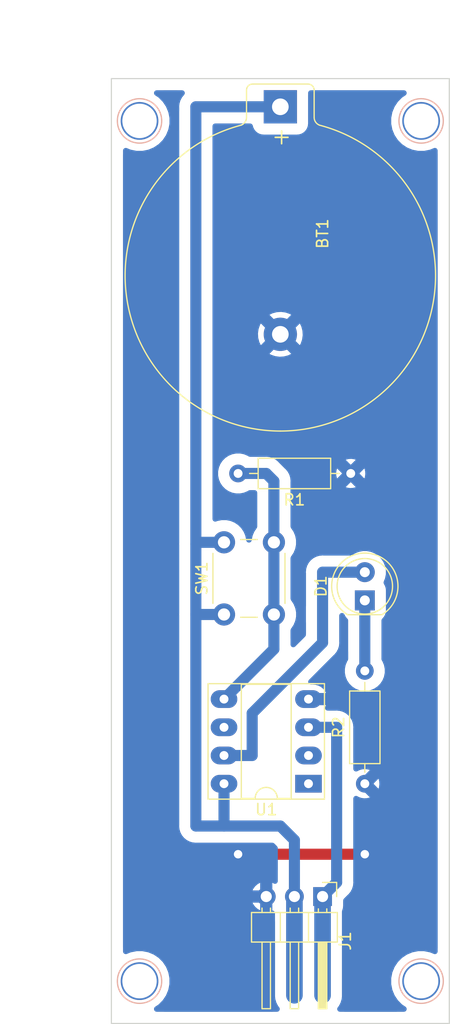
<source format=kicad_pcb>
(kicad_pcb (version 20171130) (host pcbnew 5.1.9-73d0e3b20d~88~ubuntu20.04.1)

  (general
    (thickness 1.6)
    (drawings 18)
    (tracks 37)
    (zones 0)
    (modules 7)
    (nets 10)
  )

  (page A4)
  (layers
    (0 F.Cu signal)
    (31 B.Cu signal)
    (32 B.Adhes user)
    (33 F.Adhes user)
    (34 B.Paste user)
    (35 F.Paste user)
    (36 B.SilkS user)
    (37 F.SilkS user)
    (38 B.Mask user)
    (39 F.Mask user)
    (40 Dwgs.User user)
    (41 Cmts.User user)
    (42 Eco1.User user)
    (43 Eco2.User user)
    (44 Edge.Cuts user)
    (45 Margin user)
    (46 B.CrtYd user)
    (47 F.CrtYd user)
    (48 B.Fab user)
    (49 F.Fab user)
  )

  (setup
    (last_trace_width 0.25)
    (user_trace_width 0.4)
    (user_trace_width 0.6)
    (user_trace_width 1)
    (user_trace_width 1.2)
    (trace_clearance 0.2)
    (zone_clearance 0.508)
    (zone_45_only no)
    (trace_min 0.2)
    (via_size 0.8)
    (via_drill 0.4)
    (via_min_size 0.4)
    (via_min_drill 0.3)
    (user_via 0.99 0.5)
    (user_via 1.524 0.76)
    (user_via 3.4 3.1)
    (user_via 4.4 4)
    (uvia_size 0.3)
    (uvia_drill 0.1)
    (uvias_allowed no)
    (uvia_min_size 0.2)
    (uvia_min_drill 0.1)
    (edge_width 0.05)
    (segment_width 0.2)
    (pcb_text_width 0.3)
    (pcb_text_size 1.5 1.5)
    (mod_edge_width 0.12)
    (mod_text_size 1 1)
    (mod_text_width 0.15)
    (pad_size 1.524 1.524)
    (pad_drill 0.762)
    (pad_to_mask_clearance 0.05)
    (aux_axis_origin 127 72.39)
    (grid_origin 127 72.39)
    (visible_elements FFFFFF7F)
    (pcbplotparams
      (layerselection 0x01000_ffffffff)
      (usegerberextensions false)
      (usegerberattributes true)
      (usegerberadvancedattributes true)
      (creategerberjobfile true)
      (excludeedgelayer true)
      (linewidth 0.100000)
      (plotframeref false)
      (viasonmask false)
      (mode 1)
      (useauxorigin false)
      (hpglpennumber 1)
      (hpglpenspeed 20)
      (hpglpendiameter 15.000000)
      (psnegative false)
      (psa4output false)
      (plotreference true)
      (plotvalue true)
      (plotinvisibletext false)
      (padsonsilk false)
      (subtractmaskfromsilk false)
      (outputformat 1)
      (mirror false)
      (drillshape 0)
      (scaleselection 1)
      (outputdirectory ""))
  )

  (net 0 "")
  (net 1 GND)
  (net 2 VCC)
  (net 3 "Net-(D1-Pad1)")
  (net 4 "Net-(D1-Pad2)")
  (net 5 /S)
  (net 6 "Net-(R1-Pad2)")
  (net 7 "Net-(U1-Pad1)")
  (net 8 "Net-(U1-Pad2)")
  (net 9 "Net-(U1-Pad6)")

  (net_class Default "Esta es la clase de red por defecto."
    (clearance 0.2)
    (trace_width 0.25)
    (via_dia 0.8)
    (via_drill 0.4)
    (uvia_dia 0.3)
    (uvia_drill 0.1)
    (add_net /S)
    (add_net GND)
    (add_net "Net-(D1-Pad1)")
    (add_net "Net-(D1-Pad2)")
    (add_net "Net-(R1-Pad2)")
    (add_net "Net-(U1-Pad1)")
    (add_net "Net-(U1-Pad2)")
    (add_net "Net-(U1-Pad6)")
    (add_net VCC)
  )

  (module Connector_PinHeader_2.54mm:PinHeader_1x03_P2.54mm_Horizontal (layer F.Cu) (tedit 59FED5CB) (tstamp 5FEAFA53)
    (at 146.05 146.05 270)
    (descr "Through hole angled pin header, 1x03, 2.54mm pitch, 6mm pin length, single row")
    (tags "Through hole angled pin header THT 1x03 2.54mm single row")
    (path /5FEA4EB7)
    (fp_text reference J1 (at 4 -2.05 90) (layer F.SilkS)
      (effects (font (size 1 1) (thickness 0.15)))
    )
    (fp_text value KY005 (at 4 7.62 90) (layer F.Fab)
      (effects (font (size 1 1) (thickness 0.15)))
    )
    (fp_line (start 10.55 -1.8) (end -1.8 -1.8) (layer F.CrtYd) (width 0.05))
    (fp_line (start 10.55 6.85) (end 10.55 -1.8) (layer F.CrtYd) (width 0.05))
    (fp_line (start -1.8 6.85) (end 10.55 6.85) (layer F.CrtYd) (width 0.05))
    (fp_line (start -1.8 -1.8) (end -1.8 6.85) (layer F.CrtYd) (width 0.05))
    (fp_line (start -1.27 -1.27) (end 0 -1.27) (layer F.SilkS) (width 0.12))
    (fp_line (start -1.27 0) (end -1.27 -1.27) (layer F.SilkS) (width 0.12))
    (fp_line (start 1.042929 5.46) (end 1.44 5.46) (layer F.SilkS) (width 0.12))
    (fp_line (start 1.042929 4.7) (end 1.44 4.7) (layer F.SilkS) (width 0.12))
    (fp_line (start 10.1 5.46) (end 4.1 5.46) (layer F.SilkS) (width 0.12))
    (fp_line (start 10.1 4.7) (end 10.1 5.46) (layer F.SilkS) (width 0.12))
    (fp_line (start 4.1 4.7) (end 10.1 4.7) (layer F.SilkS) (width 0.12))
    (fp_line (start 1.44 3.81) (end 4.1 3.81) (layer F.SilkS) (width 0.12))
    (fp_line (start 1.042929 2.92) (end 1.44 2.92) (layer F.SilkS) (width 0.12))
    (fp_line (start 1.042929 2.16) (end 1.44 2.16) (layer F.SilkS) (width 0.12))
    (fp_line (start 10.1 2.92) (end 4.1 2.92) (layer F.SilkS) (width 0.12))
    (fp_line (start 10.1 2.16) (end 10.1 2.92) (layer F.SilkS) (width 0.12))
    (fp_line (start 4.1 2.16) (end 10.1 2.16) (layer F.SilkS) (width 0.12))
    (fp_line (start 1.44 1.27) (end 4.1 1.27) (layer F.SilkS) (width 0.12))
    (fp_line (start 1.11 0.38) (end 1.44 0.38) (layer F.SilkS) (width 0.12))
    (fp_line (start 1.11 -0.38) (end 1.44 -0.38) (layer F.SilkS) (width 0.12))
    (fp_line (start 4.1 0.28) (end 10.1 0.28) (layer F.SilkS) (width 0.12))
    (fp_line (start 4.1 0.16) (end 10.1 0.16) (layer F.SilkS) (width 0.12))
    (fp_line (start 4.1 0.04) (end 10.1 0.04) (layer F.SilkS) (width 0.12))
    (fp_line (start 4.1 -0.08) (end 10.1 -0.08) (layer F.SilkS) (width 0.12))
    (fp_line (start 4.1 -0.2) (end 10.1 -0.2) (layer F.SilkS) (width 0.12))
    (fp_line (start 4.1 -0.32) (end 10.1 -0.32) (layer F.SilkS) (width 0.12))
    (fp_line (start 10.1 0.38) (end 4.1 0.38) (layer F.SilkS) (width 0.12))
    (fp_line (start 10.1 -0.38) (end 10.1 0.38) (layer F.SilkS) (width 0.12))
    (fp_line (start 4.1 -0.38) (end 10.1 -0.38) (layer F.SilkS) (width 0.12))
    (fp_line (start 4.1 -1.33) (end 1.44 -1.33) (layer F.SilkS) (width 0.12))
    (fp_line (start 4.1 6.41) (end 4.1 -1.33) (layer F.SilkS) (width 0.12))
    (fp_line (start 1.44 6.41) (end 4.1 6.41) (layer F.SilkS) (width 0.12))
    (fp_line (start 1.44 -1.33) (end 1.44 6.41) (layer F.SilkS) (width 0.12))
    (fp_line (start 4.04 5.4) (end 10.04 5.4) (layer F.Fab) (width 0.1))
    (fp_line (start 10.04 4.76) (end 10.04 5.4) (layer F.Fab) (width 0.1))
    (fp_line (start 4.04 4.76) (end 10.04 4.76) (layer F.Fab) (width 0.1))
    (fp_line (start -0.32 5.4) (end 1.5 5.4) (layer F.Fab) (width 0.1))
    (fp_line (start -0.32 4.76) (end -0.32 5.4) (layer F.Fab) (width 0.1))
    (fp_line (start -0.32 4.76) (end 1.5 4.76) (layer F.Fab) (width 0.1))
    (fp_line (start 4.04 2.86) (end 10.04 2.86) (layer F.Fab) (width 0.1))
    (fp_line (start 10.04 2.22) (end 10.04 2.86) (layer F.Fab) (width 0.1))
    (fp_line (start 4.04 2.22) (end 10.04 2.22) (layer F.Fab) (width 0.1))
    (fp_line (start -0.32 2.86) (end 1.5 2.86) (layer F.Fab) (width 0.1))
    (fp_line (start -0.32 2.22) (end -0.32 2.86) (layer F.Fab) (width 0.1))
    (fp_line (start -0.32 2.22) (end 1.5 2.22) (layer F.Fab) (width 0.1))
    (fp_line (start 4.04 0.32) (end 10.04 0.32) (layer F.Fab) (width 0.1))
    (fp_line (start 10.04 -0.32) (end 10.04 0.32) (layer F.Fab) (width 0.1))
    (fp_line (start 4.04 -0.32) (end 10.04 -0.32) (layer F.Fab) (width 0.1))
    (fp_line (start -0.32 0.32) (end 1.5 0.32) (layer F.Fab) (width 0.1))
    (fp_line (start -0.32 -0.32) (end -0.32 0.32) (layer F.Fab) (width 0.1))
    (fp_line (start -0.32 -0.32) (end 1.5 -0.32) (layer F.Fab) (width 0.1))
    (fp_line (start 1.5 -0.635) (end 2.135 -1.27) (layer F.Fab) (width 0.1))
    (fp_line (start 1.5 6.35) (end 1.5 -0.635) (layer F.Fab) (width 0.1))
    (fp_line (start 4.04 6.35) (end 1.5 6.35) (layer F.Fab) (width 0.1))
    (fp_line (start 4.04 -1.27) (end 4.04 6.35) (layer F.Fab) (width 0.1))
    (fp_line (start 2.135 -1.27) (end 4.04 -1.27) (layer F.Fab) (width 0.1))
    (fp_text user %R (at 2.54 4.5) (layer F.Fab)
      (effects (font (size 1 1) (thickness 0.15)))
    )
    (pad 3 thru_hole oval (at 0 5.08 270) (size 1.7 1.7) (drill 1) (layers *.Cu *.Mask)
      (net 1 GND))
    (pad 2 thru_hole oval (at 0 2.54 270) (size 1.7 1.7) (drill 1) (layers *.Cu *.Mask)
      (net 2 VCC))
    (pad 1 thru_hole rect (at 0 0 270) (size 1.7 1.7) (drill 1) (layers *.Cu *.Mask)
      (net 5 /S))
    (model ${KISYS3DMOD}/Connector_PinHeader_2.54mm.3dshapes/PinHeader_1x03_P2.54mm_Horizontal.wrl
      (at (xyz 0 0 0))
      (scale (xyz 1 1 1))
      (rotate (xyz 0 0 0))
    )
  )

  (module Battery:BatteryHolder_Keystone_106_1x20mm (layer F.Cu) (tedit 5787C377) (tstamp 5FEAFA0C)
    (at 142.24 74.93 270)
    (descr http://www.keyelco.com/product-pdf.cfm?p=720)
    (tags "Keystone type 106 battery holder")
    (path /5FEB3833)
    (fp_text reference BT1 (at 11.43 -3.81 90) (layer F.SilkS)
      (effects (font (size 1 1) (thickness 0.15)))
    )
    (fp_text value Battery_Cell (at 15.24 -7.62 90) (layer F.Fab)
      (effects (font (size 1 1) (thickness 0.15)))
    )
    (fp_line (start 22.6568 -6.858) (end 25.3419 -9.4288) (layer F.Fab) (width 0.1))
    (fp_line (start 22.6441 6.858) (end 25.35 9.3734) (layer F.Fab) (width 0.1))
    (fp_line (start 0 -1.3) (end 0 1.3) (layer F.Fab) (width 0.1))
    (fp_line (start 16.2 -1.3) (end 0 -1.3) (layer F.Fab) (width 0.1))
    (fp_line (start 0 1.3) (end 16.2 1.3) (layer F.Fab) (width 0.1))
    (fp_line (start -1.9 -2.5) (end -1.9 2.5) (layer F.Fab) (width 0.1))
    (fp_line (start -1.5 3.3) (end 0.95 3.3) (layer F.CrtYd) (width 0.05))
    (fp_line (start 0.95 -3.3) (end -1.5 -3.3) (layer F.CrtYd) (width 0.05))
    (fp_line (start -2.3 -2.5) (end -2.3 2.5) (layer F.CrtYd) (width 0.05))
    (fp_line (start -1.5 2.9) (end 0.95 2.9) (layer F.Fab) (width 0.1))
    (fp_line (start 0.95 -2.9) (end -1.5 -2.9) (layer F.Fab) (width 0.1))
    (fp_line (start -2.05 -2.5) (end -2.05 2.5) (layer F.SilkS) (width 0.12))
    (fp_line (start -1.5 3.05) (end 0.95 3.05) (layer F.SilkS) (width 0.12))
    (fp_line (start 0.95 -3.05) (end -1.5 -3.05) (layer F.SilkS) (width 0.12))
    (fp_arc (start -1.5 -2.5) (end -1.9 -2.5) (angle 90) (layer F.Fab) (width 0.1))
    (fp_arc (start -1.5 2.5) (end -2.3 2.5) (angle -90) (layer F.CrtYd) (width 0.05))
    (fp_arc (start 16.2 0) (end 16.2 -1.3) (angle 180) (layer F.Fab) (width 0.1))
    (fp_arc (start 0.95 -3.8) (end 0.95 -3.3) (angle -70) (layer F.CrtYd) (width 0.05))
    (fp_arc (start 15.2 0) (end 5.18 -1.3) (angle 180) (layer F.Fab) (width 0.1))
    (fp_arc (start 15.2 0) (end 9 -1.3) (angle 170) (layer F.Fab) (width 0.1))
    (fp_arc (start 15.2 0) (end 13.3 -1.3) (angle 150) (layer F.Fab) (width 0.1))
    (fp_arc (start 15.2 0) (end 13.3 1.3) (angle -150) (layer F.Fab) (width 0.1))
    (fp_arc (start 15.2 0) (end 9 1.3) (angle -170) (layer F.Fab) (width 0.1))
    (fp_arc (start 15.2 0) (end 5.18 1.3) (angle -180) (layer F.Fab) (width 0.1))
    (fp_arc (start 15.2 0) (end 1.41 -3.6) (angle 165.5) (layer F.CrtYd) (width 0.05))
    (fp_arc (start 15.2 0) (end 1.41 3.6) (angle -165.5) (layer F.CrtYd) (width 0.05))
    (fp_arc (start 0.95 3.8) (end 0.95 3.3) (angle 70) (layer F.CrtYd) (width 0.05))
    (fp_arc (start -1.5 -2.5) (end -2.3 -2.5) (angle 90) (layer F.CrtYd) (width 0.05))
    (fp_arc (start -1.5 2.5) (end -1.9 2.5) (angle -90) (layer F.Fab) (width 0.1))
    (fp_arc (start -1.5 2.5) (end -2.05 2.5) (angle -90) (layer F.SilkS) (width 0.12))
    (fp_arc (start -1.5 -2.5) (end -2.05 -2.5) (angle 90) (layer F.SilkS) (width 0.12))
    (fp_arc (start 0.95 -3.8) (end 0.95 -2.9) (angle -70) (layer F.Fab) (width 0.1))
    (fp_arc (start 0.95 -3.8) (end 0.95 -3.05) (angle -70) (layer F.SilkS) (width 0.12))
    (fp_arc (start 0.95 3.8) (end 0.95 2.9) (angle 70) (layer F.Fab) (width 0.1))
    (fp_arc (start 0.95 3.8) (end 0.95 3.05) (angle 70) (layer F.SilkS) (width 0.12))
    (fp_arc (start 15.2 0) (end 1.8 -3.5) (angle 165.5) (layer F.Fab) (width 0.1))
    (fp_arc (start 15.2 0) (end 1.65 -3.52) (angle 165.5) (layer F.SilkS) (width 0.12))
    (fp_arc (start 15.2 0) (end 1.8 3.5) (angle -165.5) (layer F.Fab) (width 0.1))
    (fp_arc (start 15.2 0) (end 1.65 3.52) (angle -165.5) (layer F.SilkS) (width 0.12))
    (fp_text user %R (at 0 0 90) (layer F.Fab)
      (effects (font (size 1 1) (thickness 0.15)))
    )
    (fp_text user + (at 2.75 0 90) (layer F.SilkS)
      (effects (font (size 1.5 1.5) (thickness 0.15)))
    )
    (pad 1 thru_hole rect (at 0 0 270) (size 3 3) (drill 1.5) (layers *.Cu *.Mask)
      (net 2 VCC))
    (pad 2 thru_hole circle (at 20.49 0 270) (size 3 3) (drill 1.5) (layers *.Cu *.Mask)
      (net 1 GND))
    (model ${KISYS3DMOD}/Battery.3dshapes/BatteryHolder_Keystone_106_1x20mm.wrl
      (at (xyz 0 0 0))
      (scale (xyz 1 1 1))
      (rotate (xyz 0 0 0))
    )
  )

  (module LED_THT:LED_D5.0mm (layer F.Cu) (tedit 5995936A) (tstamp 5FEAFA1E)
    (at 149.86 119.38 90)
    (descr "LED, diameter 5.0mm, 2 pins, http://cdn-reichelt.de/documents/datenblatt/A500/LL-504BC2E-009.pdf")
    (tags "LED diameter 5.0mm 2 pins")
    (path /5FEA59AB)
    (fp_text reference D1 (at 1.27 -3.96 90) (layer F.SilkS)
      (effects (font (size 1 1) (thickness 0.15)))
    )
    (fp_text value LED (at 1.27 3.96 90) (layer F.Fab)
      (effects (font (size 1 1) (thickness 0.15)))
    )
    (fp_line (start 4.5 -3.25) (end -1.95 -3.25) (layer F.CrtYd) (width 0.05))
    (fp_line (start 4.5 3.25) (end 4.5 -3.25) (layer F.CrtYd) (width 0.05))
    (fp_line (start -1.95 3.25) (end 4.5 3.25) (layer F.CrtYd) (width 0.05))
    (fp_line (start -1.95 -3.25) (end -1.95 3.25) (layer F.CrtYd) (width 0.05))
    (fp_line (start -1.29 -1.545) (end -1.29 1.545) (layer F.SilkS) (width 0.12))
    (fp_line (start -1.23 -1.469694) (end -1.23 1.469694) (layer F.Fab) (width 0.1))
    (fp_circle (center 1.27 0) (end 3.77 0) (layer F.SilkS) (width 0.12))
    (fp_circle (center 1.27 0) (end 3.77 0) (layer F.Fab) (width 0.1))
    (fp_text user %R (at 1.25 0 90) (layer F.Fab)
      (effects (font (size 0.8 0.8) (thickness 0.2)))
    )
    (fp_arc (start 1.27 0) (end -1.29 1.54483) (angle -148.9) (layer F.SilkS) (width 0.12))
    (fp_arc (start 1.27 0) (end -1.29 -1.54483) (angle 148.9) (layer F.SilkS) (width 0.12))
    (fp_arc (start 1.27 0) (end -1.23 -1.469694) (angle 299.1) (layer F.Fab) (width 0.1))
    (pad 2 thru_hole circle (at 2.54 0 90) (size 1.8 1.8) (drill 0.9) (layers *.Cu *.Mask)
      (net 4 "Net-(D1-Pad2)"))
    (pad 1 thru_hole rect (at 0 0 90) (size 1.8 1.8) (drill 0.9) (layers *.Cu *.Mask)
      (net 3 "Net-(D1-Pad1)"))
    (model ${KISYS3DMOD}/LED_THT.3dshapes/LED_D5.0mm.wrl
      (at (xyz 0 0 0))
      (scale (xyz 1 1 1))
      (rotate (xyz 0 0 0))
    )
  )

  (module Resistor_THT:R_Axial_DIN0207_L6.3mm_D2.5mm_P10.16mm_Horizontal (layer F.Cu) (tedit 5AE5139B) (tstamp 5FEAFEC5)
    (at 148.59 107.95 180)
    (descr "Resistor, Axial_DIN0207 series, Axial, Horizontal, pin pitch=10.16mm, 0.25W = 1/4W, length*diameter=6.3*2.5mm^2, http://cdn-reichelt.de/documents/datenblatt/B400/1_4W%23YAG.pdf")
    (tags "Resistor Axial_DIN0207 series Axial Horizontal pin pitch 10.16mm 0.25W = 1/4W length 6.3mm diameter 2.5mm")
    (path /5FEA21F5)
    (fp_text reference R1 (at 5.08 -2.37) (layer F.SilkS)
      (effects (font (size 1 1) (thickness 0.15)))
    )
    (fp_text value 10K (at 5.08 2.37) (layer F.Fab)
      (effects (font (size 1 1) (thickness 0.15)))
    )
    (fp_line (start 1.93 -1.25) (end 1.93 1.25) (layer F.Fab) (width 0.1))
    (fp_line (start 1.93 1.25) (end 8.23 1.25) (layer F.Fab) (width 0.1))
    (fp_line (start 8.23 1.25) (end 8.23 -1.25) (layer F.Fab) (width 0.1))
    (fp_line (start 8.23 -1.25) (end 1.93 -1.25) (layer F.Fab) (width 0.1))
    (fp_line (start 0 0) (end 1.93 0) (layer F.Fab) (width 0.1))
    (fp_line (start 10.16 0) (end 8.23 0) (layer F.Fab) (width 0.1))
    (fp_line (start 1.81 -1.37) (end 1.81 1.37) (layer F.SilkS) (width 0.12))
    (fp_line (start 1.81 1.37) (end 8.35 1.37) (layer F.SilkS) (width 0.12))
    (fp_line (start 8.35 1.37) (end 8.35 -1.37) (layer F.SilkS) (width 0.12))
    (fp_line (start 8.35 -1.37) (end 1.81 -1.37) (layer F.SilkS) (width 0.12))
    (fp_line (start 1.04 0) (end 1.81 0) (layer F.SilkS) (width 0.12))
    (fp_line (start 9.12 0) (end 8.35 0) (layer F.SilkS) (width 0.12))
    (fp_line (start -1.05 -1.5) (end -1.05 1.5) (layer F.CrtYd) (width 0.05))
    (fp_line (start -1.05 1.5) (end 11.21 1.5) (layer F.CrtYd) (width 0.05))
    (fp_line (start 11.21 1.5) (end 11.21 -1.5) (layer F.CrtYd) (width 0.05))
    (fp_line (start 11.21 -1.5) (end -1.05 -1.5) (layer F.CrtYd) (width 0.05))
    (fp_text user %R (at 5.08 0.154999) (layer F.Fab)
      (effects (font (size 1 1) (thickness 0.15)))
    )
    (pad 1 thru_hole circle (at 0 0 180) (size 1.6 1.6) (drill 0.8) (layers *.Cu *.Mask)
      (net 1 GND))
    (pad 2 thru_hole oval (at 10.16 0 180) (size 1.6 1.6) (drill 0.8) (layers *.Cu *.Mask)
      (net 6 "Net-(R1-Pad2)"))
    (model ${KISYS3DMOD}/Resistor_THT.3dshapes/R_Axial_DIN0207_L6.3mm_D2.5mm_P10.16mm_Horizontal.wrl
      (at (xyz 0 0 0))
      (scale (xyz 1 1 1))
      (rotate (xyz 0 0 0))
    )
  )

  (module Resistor_THT:R_Axial_DIN0207_L6.3mm_D2.5mm_P10.16mm_Horizontal (layer F.Cu) (tedit 5AE5139B) (tstamp 5FEAFA81)
    (at 149.86 135.89 90)
    (descr "Resistor, Axial_DIN0207 series, Axial, Horizontal, pin pitch=10.16mm, 0.25W = 1/4W, length*diameter=6.3*2.5mm^2, http://cdn-reichelt.de/documents/datenblatt/B400/1_4W%23YAG.pdf")
    (tags "Resistor Axial_DIN0207 series Axial Horizontal pin pitch 10.16mm 0.25W = 1/4W length 6.3mm diameter 2.5mm")
    (path /5FEA2489)
    (fp_text reference R2 (at 5.08 -2.37 90) (layer F.SilkS)
      (effects (font (size 1 1) (thickness 0.15)))
    )
    (fp_text value 220Ohm (at 5.08 2.37 90) (layer F.Fab)
      (effects (font (size 1 1) (thickness 0.15)))
    )
    (fp_line (start 1.93 -1.25) (end 1.93 1.25) (layer F.Fab) (width 0.1))
    (fp_line (start 1.93 1.25) (end 8.23 1.25) (layer F.Fab) (width 0.1))
    (fp_line (start 8.23 1.25) (end 8.23 -1.25) (layer F.Fab) (width 0.1))
    (fp_line (start 8.23 -1.25) (end 1.93 -1.25) (layer F.Fab) (width 0.1))
    (fp_line (start 0 0) (end 1.93 0) (layer F.Fab) (width 0.1))
    (fp_line (start 10.16 0) (end 8.23 0) (layer F.Fab) (width 0.1))
    (fp_line (start 1.81 -1.37) (end 1.81 1.37) (layer F.SilkS) (width 0.12))
    (fp_line (start 1.81 1.37) (end 8.35 1.37) (layer F.SilkS) (width 0.12))
    (fp_line (start 8.35 1.37) (end 8.35 -1.37) (layer F.SilkS) (width 0.12))
    (fp_line (start 8.35 -1.37) (end 1.81 -1.37) (layer F.SilkS) (width 0.12))
    (fp_line (start 1.04 0) (end 1.81 0) (layer F.SilkS) (width 0.12))
    (fp_line (start 9.12 0) (end 8.35 0) (layer F.SilkS) (width 0.12))
    (fp_line (start -1.05 -1.5) (end -1.05 1.5) (layer F.CrtYd) (width 0.05))
    (fp_line (start -1.05 1.5) (end 11.21 1.5) (layer F.CrtYd) (width 0.05))
    (fp_line (start 11.21 1.5) (end 11.21 -1.5) (layer F.CrtYd) (width 0.05))
    (fp_line (start 11.21 -1.5) (end -1.05 -1.5) (layer F.CrtYd) (width 0.05))
    (fp_text user %R (at 5.08 0 90) (layer F.Fab)
      (effects (font (size 1 1) (thickness 0.15)))
    )
    (pad 1 thru_hole circle (at 0 0 90) (size 1.6 1.6) (drill 0.8) (layers *.Cu *.Mask)
      (net 1 GND))
    (pad 2 thru_hole oval (at 10.16 0 90) (size 1.6 1.6) (drill 0.8) (layers *.Cu *.Mask)
      (net 3 "Net-(D1-Pad1)"))
    (model ${KISYS3DMOD}/Resistor_THT.3dshapes/R_Axial_DIN0207_L6.3mm_D2.5mm_P10.16mm_Horizontal.wrl
      (at (xyz 0 0 0))
      (scale (xyz 1 1 1))
      (rotate (xyz 0 0 0))
    )
  )

  (module Button_Switch_THT:SW_PUSH_6mm_H13mm (layer F.Cu) (tedit 5A02FE31) (tstamp 5FEAFAA0)
    (at 137.16 120.65 90)
    (descr "tactile push button, 6x6mm e.g. PHAP33xx series, height=13mm")
    (tags "tact sw push 6mm")
    (path /5FEA2A00)
    (fp_text reference SW1 (at 3.25 -2 90) (layer F.SilkS)
      (effects (font (size 1 1) (thickness 0.15)))
    )
    (fp_text value SW_Push (at 3.75 6.7 90) (layer F.Fab)
      (effects (font (size 1 1) (thickness 0.15)))
    )
    (fp_circle (center 3.25 2.25) (end 1.25 2.5) (layer F.Fab) (width 0.1))
    (fp_line (start 6.75 3) (end 6.75 1.5) (layer F.SilkS) (width 0.12))
    (fp_line (start 5.5 -1) (end 1 -1) (layer F.SilkS) (width 0.12))
    (fp_line (start -0.25 1.5) (end -0.25 3) (layer F.SilkS) (width 0.12))
    (fp_line (start 1 5.5) (end 5.5 5.5) (layer F.SilkS) (width 0.12))
    (fp_line (start 8 -1.25) (end 8 5.75) (layer F.CrtYd) (width 0.05))
    (fp_line (start 7.75 6) (end -1.25 6) (layer F.CrtYd) (width 0.05))
    (fp_line (start -1.5 5.75) (end -1.5 -1.25) (layer F.CrtYd) (width 0.05))
    (fp_line (start -1.25 -1.5) (end 7.75 -1.5) (layer F.CrtYd) (width 0.05))
    (fp_line (start -1.5 6) (end -1.25 6) (layer F.CrtYd) (width 0.05))
    (fp_line (start -1.5 5.75) (end -1.5 6) (layer F.CrtYd) (width 0.05))
    (fp_line (start -1.5 -1.5) (end -1.25 -1.5) (layer F.CrtYd) (width 0.05))
    (fp_line (start -1.5 -1.25) (end -1.5 -1.5) (layer F.CrtYd) (width 0.05))
    (fp_line (start 8 -1.5) (end 8 -1.25) (layer F.CrtYd) (width 0.05))
    (fp_line (start 7.75 -1.5) (end 8 -1.5) (layer F.CrtYd) (width 0.05))
    (fp_line (start 8 6) (end 8 5.75) (layer F.CrtYd) (width 0.05))
    (fp_line (start 7.75 6) (end 8 6) (layer F.CrtYd) (width 0.05))
    (fp_line (start 0.25 -0.75) (end 3.25 -0.75) (layer F.Fab) (width 0.1))
    (fp_line (start 0.25 5.25) (end 0.25 -0.75) (layer F.Fab) (width 0.1))
    (fp_line (start 6.25 5.25) (end 0.25 5.25) (layer F.Fab) (width 0.1))
    (fp_line (start 6.25 -0.75) (end 6.25 5.25) (layer F.Fab) (width 0.1))
    (fp_line (start 3.25 -0.75) (end 6.25 -0.75) (layer F.Fab) (width 0.1))
    (fp_text user %R (at 3.25 2.25 90) (layer F.Fab)
      (effects (font (size 1 1) (thickness 0.15)))
    )
    (pad 1 thru_hole circle (at 6.5 0 180) (size 2 2) (drill 1.1) (layers *.Cu *.Mask)
      (net 2 VCC))
    (pad 2 thru_hole circle (at 6.5 4.5 180) (size 2 2) (drill 1.1) (layers *.Cu *.Mask)
      (net 6 "Net-(R1-Pad2)"))
    (pad 1 thru_hole circle (at 0 0 180) (size 2 2) (drill 1.1) (layers *.Cu *.Mask)
      (net 2 VCC))
    (pad 2 thru_hole circle (at 0 4.5 180) (size 2 2) (drill 1.1) (layers *.Cu *.Mask)
      (net 6 "Net-(R1-Pad2)"))
    (model ${KISYS3DMOD}/Button_Switch_THT.3dshapes/SW_PUSH_6mm_H4.3mm.step
      (at (xyz 0 0 0))
      (scale (xyz 1 1 1))
      (rotate (xyz 0 0 0))
    )
  )

  (module Package_DIP:DIP-8_W7.62mm_Socket_LongPads (layer F.Cu) (tedit 5A02E8C5) (tstamp 5FEAFAC4)
    (at 144.78 135.89 180)
    (descr "8-lead though-hole mounted DIP package, row spacing 7.62 mm (300 mils), Socket, LongPads")
    (tags "THT DIP DIL PDIP 2.54mm 7.62mm 300mil Socket LongPads")
    (path /5FEA0327)
    (fp_text reference U1 (at 3.81 -2.33) (layer F.SilkS)
      (effects (font (size 1 1) (thickness 0.15)))
    )
    (fp_text value ATtiny85V-10SU (at 3.81 9.95) (layer F.Fab)
      (effects (font (size 1 1) (thickness 0.15)))
    )
    (fp_line (start 9.15 -1.6) (end -1.55 -1.6) (layer F.CrtYd) (width 0.05))
    (fp_line (start 9.15 9.2) (end 9.15 -1.6) (layer F.CrtYd) (width 0.05))
    (fp_line (start -1.55 9.2) (end 9.15 9.2) (layer F.CrtYd) (width 0.05))
    (fp_line (start -1.55 -1.6) (end -1.55 9.2) (layer F.CrtYd) (width 0.05))
    (fp_line (start 9.06 -1.39) (end -1.44 -1.39) (layer F.SilkS) (width 0.12))
    (fp_line (start 9.06 9.01) (end 9.06 -1.39) (layer F.SilkS) (width 0.12))
    (fp_line (start -1.44 9.01) (end 9.06 9.01) (layer F.SilkS) (width 0.12))
    (fp_line (start -1.44 -1.39) (end -1.44 9.01) (layer F.SilkS) (width 0.12))
    (fp_line (start 6.06 -1.33) (end 4.81 -1.33) (layer F.SilkS) (width 0.12))
    (fp_line (start 6.06 8.95) (end 6.06 -1.33) (layer F.SilkS) (width 0.12))
    (fp_line (start 1.56 8.95) (end 6.06 8.95) (layer F.SilkS) (width 0.12))
    (fp_line (start 1.56 -1.33) (end 1.56 8.95) (layer F.SilkS) (width 0.12))
    (fp_line (start 2.81 -1.33) (end 1.56 -1.33) (layer F.SilkS) (width 0.12))
    (fp_line (start 8.89 -1.33) (end -1.27 -1.33) (layer F.Fab) (width 0.1))
    (fp_line (start 8.89 8.95) (end 8.89 -1.33) (layer F.Fab) (width 0.1))
    (fp_line (start -1.27 8.95) (end 8.89 8.95) (layer F.Fab) (width 0.1))
    (fp_line (start -1.27 -1.33) (end -1.27 8.95) (layer F.Fab) (width 0.1))
    (fp_line (start 0.635 -0.27) (end 1.635 -1.27) (layer F.Fab) (width 0.1))
    (fp_line (start 0.635 8.89) (end 0.635 -0.27) (layer F.Fab) (width 0.1))
    (fp_line (start 6.985 8.89) (end 0.635 8.89) (layer F.Fab) (width 0.1))
    (fp_line (start 6.985 -1.27) (end 6.985 8.89) (layer F.Fab) (width 0.1))
    (fp_line (start 1.635 -1.27) (end 6.985 -1.27) (layer F.Fab) (width 0.1))
    (fp_text user %R (at 3.81 3.81) (layer F.Fab)
      (effects (font (size 1 1) (thickness 0.15)))
    )
    (fp_arc (start 3.81 -1.33) (end 2.81 -1.33) (angle -180) (layer F.SilkS) (width 0.12))
    (pad 8 thru_hole oval (at 7.62 0 180) (size 2.4 1.6) (drill 0.8) (layers *.Cu *.Mask)
      (net 2 VCC))
    (pad 4 thru_hole oval (at 0 7.62 180) (size 2.4 1.6) (drill 0.8) (layers *.Cu *.Mask)
      (net 1 GND))
    (pad 7 thru_hole oval (at 7.62 2.54 180) (size 2.4 1.6) (drill 0.8) (layers *.Cu *.Mask)
      (net 4 "Net-(D1-Pad2)"))
    (pad 3 thru_hole oval (at 0 5.08 180) (size 2.4 1.6) (drill 0.8) (layers *.Cu *.Mask)
      (net 5 /S))
    (pad 6 thru_hole oval (at 7.62 5.08 180) (size 2.4 1.6) (drill 0.8) (layers *.Cu *.Mask)
      (net 9 "Net-(U1-Pad6)"))
    (pad 2 thru_hole oval (at 0 2.54 180) (size 2.4 1.6) (drill 0.8) (layers *.Cu *.Mask)
      (net 8 "Net-(U1-Pad2)"))
    (pad 5 thru_hole oval (at 7.62 7.62 180) (size 2.4 1.6) (drill 0.8) (layers *.Cu *.Mask)
      (net 6 "Net-(R1-Pad2)"))
    (pad 1 thru_hole rect (at 0 0 180) (size 2.4 1.6) (drill 0.8) (layers *.Cu *.Mask)
      (net 7 "Net-(U1-Pad1)"))
    (model ${KISYS3DMOD}/Package_DIP.3dshapes/DIP-8_W7.62mm_Socket.wrl
      (at (xyz 0 0 0))
      (scale (xyz 1 1 1))
      (rotate (xyz 0 0 0))
    )
  )

  (dimension 30.48 (width 0.15) (layer Dwgs.User)
    (gr_text "30,480 mm" (at 142.24 66.01) (layer Dwgs.User)
      (effects (font (size 1 1) (thickness 0.15)))
    )
    (feature1 (pts (xy 157.48 72.39) (xy 157.48 66.723579)))
    (feature2 (pts (xy 127 72.39) (xy 127 66.723579)))
    (crossbar (pts (xy 127 67.31) (xy 157.48 67.31)))
    (arrow1a (pts (xy 157.48 67.31) (xy 156.353496 67.896421)))
    (arrow1b (pts (xy 157.48 67.31) (xy 156.353496 66.723579)))
    (arrow2a (pts (xy 127 67.31) (xy 128.126504 67.896421)))
    (arrow2b (pts (xy 127 67.31) (xy 128.126504 66.723579)))
  )
  (dimension 85.09 (width 0.15) (layer Dwgs.User)
    (gr_text "85,090 mm" (at 120.62 114.935 90) (layer Dwgs.User)
      (effects (font (size 1 1) (thickness 0.15)))
    )
    (feature1 (pts (xy 127 72.39) (xy 121.333579 72.39)))
    (feature2 (pts (xy 127 157.48) (xy 121.333579 157.48)))
    (crossbar (pts (xy 121.92 157.48) (xy 121.92 72.39)))
    (arrow1a (pts (xy 121.92 72.39) (xy 122.506421 73.516504)))
    (arrow1b (pts (xy 121.92 72.39) (xy 121.333579 73.516504)))
    (arrow2a (pts (xy 121.92 157.48) (xy 122.506421 156.353496)))
    (arrow2b (pts (xy 121.92 157.48) (xy 121.333579 156.353496)))
  )
  (dimension 25.4 (width 0.15) (layer Dwgs.User)
    (gr_text "25,400 mm" (at 142.24 69.82) (layer Dwgs.User)
      (effects (font (size 1 1) (thickness 0.15)))
    )
    (feature1 (pts (xy 154.94 76.2) (xy 154.94 70.533579)))
    (feature2 (pts (xy 129.54 76.2) (xy 129.54 70.533579)))
    (crossbar (pts (xy 129.54 71.12) (xy 154.94 71.12)))
    (arrow1a (pts (xy 154.94 71.12) (xy 153.813496 71.706421)))
    (arrow1b (pts (xy 154.94 71.12) (xy 153.813496 70.533579)))
    (arrow2a (pts (xy 129.54 71.12) (xy 130.666504 71.706421)))
    (arrow2b (pts (xy 129.54 71.12) (xy 130.666504 70.533579)))
  )
  (dimension 77.47 (width 0.15) (layer Dwgs.User)
    (gr_text "77,470 mm" (at 124.43 114.935 90) (layer Dwgs.User)
      (effects (font (size 1 1) (thickness 0.15)))
    )
    (feature1 (pts (xy 129.54 76.2) (xy 125.143579 76.2)))
    (feature2 (pts (xy 129.54 153.67) (xy 125.143579 153.67)))
    (crossbar (pts (xy 125.73 153.67) (xy 125.73 76.2)))
    (arrow1a (pts (xy 125.73 76.2) (xy 126.316421 77.326504)))
    (arrow1b (pts (xy 125.73 76.2) (xy 125.143579 77.326504)))
    (arrow2a (pts (xy 125.73 153.67) (xy 126.316421 152.543496)))
    (arrow2b (pts (xy 125.73 153.67) (xy 125.143579 152.543496)))
  )
  (gr_circle (center 129.54 153.67) (end 130.81 153.67) (layer B.SilkS) (width 0.12) (tstamp 5FEB1451))
  (gr_circle (center 154.94 153.67) (end 156.21 153.67) (layer B.SilkS) (width 0.12) (tstamp 5FEB1451))
  (gr_circle (center 154.94 76.2) (end 156.21 76.2) (layer B.SilkS) (width 0.12) (tstamp 5FEB1451))
  (gr_circle (center 129.54 76.2) (end 130.81 76.2) (layer B.SilkS) (width 0.12))
  (gr_circle (center 129.54 153.67) (end 129.54 151.67) (layer B.SilkS) (width 0.12) (tstamp 5FEB144C))
  (gr_circle (center 154.94 153.67) (end 154.94 151.67) (layer B.SilkS) (width 0.12) (tstamp 5FEB144B))
  (gr_circle (center 154.94 76.2) (end 154.94 74.2) (layer B.SilkS) (width 0.12) (tstamp 5FEB143D))
  (gr_circle (center 129.54 76.2) (end 129.54 74.2) (layer B.SilkS) (width 0.12))
  (gr_line (start 127 72.39) (end 157.48 72.39) (layer Edge.Cuts) (width 0.1))
  (gr_line (start 127 157.48) (end 127 72.39) (layer Edge.Cuts) (width 0.1))
  (gr_line (start 157.48 157.48) (end 127 157.48) (layer Edge.Cuts) (width 0.1))
  (gr_line (start 157.48 72.39) (end 157.48 157.48) (layer Edge.Cuts) (width 0.1))
  (gr_text "28/12/2020\nAurelio Gallardo" (at 135.89 149.86 90) (layer B.Mask)
    (effects (font (size 1 1) (thickness 0.15)) (justify mirror))
  )
  (gr_text "Emisor LED - mando a distancia un solo botón" (at 132.08 121.92 90) (layer B.Mask)
    (effects (font (size 1 1) (thickness 0.15)) (justify mirror))
  )

  (via (at 129.54 76.2) (size 3.4) (drill 3.1) (layers F.Cu B.Cu) (net 0))
  (via (at 154.94 76.2) (size 3.4) (drill 3.1) (layers F.Cu B.Cu) (net 0))
  (via (at 154.94 153.67) (size 3.4) (drill 3.1) (layers F.Cu B.Cu) (net 0))
  (via (at 129.54 153.67) (size 3.4) (drill 3.1) (layers F.Cu B.Cu) (net 0))
  (via (at 138.43 142.24) (size 1.524) (drill 0.76) (layers F.Cu B.Cu) (net 1))
  (segment (start 149.86 142.24) (end 149.86 142.24) (width 1) (layer B.Cu) (net 1) (tstamp 5FEB13E4))
  (via (at 149.86 142.24) (size 1.524) (drill 0.76) (layers F.Cu B.Cu) (net 1))
  (segment (start 138.43 142.24) (end 149.86 142.24) (width 1) (layer F.Cu) (net 1))
  (segment (start 142.24 74.93) (end 134.62 74.93) (width 1) (layer B.Cu) (net 2))
  (segment (start 134.77 114.15) (end 134.62 114.3) (width 1) (layer B.Cu) (net 2))
  (segment (start 137.16 114.15) (end 134.77 114.15) (width 1) (layer B.Cu) (net 2))
  (segment (start 134.62 74.93) (end 134.62 114.3) (width 1) (layer B.Cu) (net 2))
  (segment (start 137.16 120.65) (end 134.62 120.65) (width 1) (layer B.Cu) (net 2))
  (segment (start 134.62 120.65) (end 134.62 139.7) (width 1) (layer B.Cu) (net 2))
  (segment (start 134.62 114.3) (end 134.62 120.65) (width 1) (layer B.Cu) (net 2))
  (segment (start 137.16 135.89) (end 137.16 139.7) (width 1) (layer B.Cu) (net 2))
  (segment (start 134.62 139.7) (end 137.16 139.7) (width 1) (layer B.Cu) (net 2))
  (segment (start 143.51 140.97) (end 143.51 146.05) (width 1) (layer B.Cu) (net 2))
  (segment (start 142.24 139.7) (end 143.51 140.97) (width 1) (layer B.Cu) (net 2))
  (segment (start 137.16 139.7) (end 142.24 139.7) (width 1) (layer B.Cu) (net 2))
  (segment (start 143.51 146.05) (end 143.51 154.94) (width 1.5) (layer B.Cu) (net 2))
  (segment (start 149.86 125.73) (end 149.86 119.38) (width 1) (layer B.Cu) (net 3))
  (segment (start 146.05 116.84) (end 149.86 116.84) (width 1) (layer B.Cu) (net 4))
  (segment (start 139.7 133.35) (end 139.7 129.54) (width 1) (layer B.Cu) (net 4))
  (segment (start 146.05 123.19) (end 146.05 116.84) (width 1) (layer B.Cu) (net 4))
  (segment (start 139.7 129.54) (end 146.05 123.19) (width 1) (layer B.Cu) (net 4))
  (segment (start 137.16 133.35) (end 139.7 133.35) (width 1) (layer B.Cu) (net 4))
  (segment (start 147.32 130.81) (end 147.32 144.78) (width 1) (layer B.Cu) (net 5))
  (segment (start 147.32 144.78) (end 146.05 146.05) (width 1) (layer B.Cu) (net 5))
  (segment (start 144.78 130.81) (end 147.32 130.81) (width 1) (layer B.Cu) (net 5))
  (segment (start 146.05 146.05) (end 146.05 154.94) (width 1.5) (layer B.Cu) (net 5))
  (segment (start 138.43 107.95) (end 140.97 107.95) (width 1) (layer B.Cu) (net 6))
  (segment (start 141.66 108.64) (end 141.66 114.15) (width 1) (layer B.Cu) (net 6))
  (segment (start 140.97 107.95) (end 141.66 108.64) (width 1) (layer B.Cu) (net 6))
  (segment (start 141.66 114.15) (end 141.66 120.65) (width 1) (layer B.Cu) (net 6))
  (segment (start 141.66 123.77) (end 137.16 128.27) (width 1) (layer B.Cu) (net 6))
  (segment (start 141.66 120.65) (end 141.66 123.77) (width 1) (layer B.Cu) (net 6))

  (zone (net 1) (net_name GND) (layer B.Cu) (tstamp 5FF2201F) (hatch edge 0.508)
    (connect_pads (clearance 1))
    (min_thickness 0.5)
    (fill yes (arc_segments 32) (thermal_gap 0.508) (thermal_bridge_width 0.508) (smoothing fillet) (radius 2))
    (polygon
      (pts
        (xy 157.48 72.39) (xy 157.48 157.48) (xy 127 157.48) (xy 127 72.39)
      )
    )
    (filled_polygon
      (pts
        (xy 153.059484 73.908585) (xy 152.648585 74.319484) (xy 152.325744 74.802651) (xy 152.103367 75.339517) (xy 151.99 75.90945)
        (xy 151.99 76.49055) (xy 152.103367 77.060483) (xy 152.325744 77.597349) (xy 152.648585 78.080516) (xy 153.059484 78.491415)
        (xy 153.542651 78.814256) (xy 154.079517 79.036633) (xy 154.64945 79.15) (xy 155.23055 79.15) (xy 155.800483 79.036633)
        (xy 156.18 78.879432) (xy 156.180001 150.990568) (xy 155.800483 150.833367) (xy 155.23055 150.72) (xy 154.64945 150.72)
        (xy 154.079517 150.833367) (xy 153.542651 151.055744) (xy 153.059484 151.378585) (xy 152.648585 151.789484) (xy 152.325744 152.272651)
        (xy 152.103367 152.809517) (xy 151.99 153.37945) (xy 151.99 153.96055) (xy 152.103367 154.530483) (xy 152.325744 155.067349)
        (xy 152.648585 155.550516) (xy 153.059484 155.961415) (xy 153.38662 156.18) (xy 147.619645 156.18) (xy 147.720985 156.056517)
        (xy 147.906699 155.70907) (xy 148.021062 155.332069) (xy 148.05 155.038253) (xy 148.05 147.400195) (xy 148.060437 147.380669)
        (xy 148.131913 147.145043) (xy 148.156048 146.9) (xy 148.156048 146.418826) (xy 148.496649 146.078225) (xy 148.563424 146.023424)
        (xy 148.622248 145.951747) (xy 148.782112 145.756953) (xy 148.86897 145.594453) (xy 148.944612 145.452936) (xy 149.044679 145.12306)
        (xy 149.07 144.865968) (xy 149.07 144.865959) (xy 149.078466 144.780001) (xy 149.07 144.694043) (xy 149.07 137.232872)
        (xy 149.208207 137.313402) (xy 149.498423 137.413211) (xy 149.802534 137.454483) (xy 150.108854 137.435633) (xy 150.405611 137.357385)
        (xy 150.681399 137.222746) (xy 150.776961 137.158894) (xy 150.830173 136.86583) (xy 149.86 135.895657) (xy 149.845858 135.909799)
        (xy 149.840201 135.904142) (xy 149.854343 135.89) (xy 149.865657 135.89) (xy 150.83583 136.860173) (xy 151.128894 136.806961)
        (xy 151.283402 136.541793) (xy 151.383211 136.251577) (xy 151.424483 135.947466) (xy 151.405633 135.641146) (xy 151.327385 135.344389)
        (xy 151.192746 135.068601) (xy 151.128894 134.973039) (xy 150.83583 134.919827) (xy 149.865657 135.89) (xy 149.854343 135.89)
        (xy 149.840201 135.875858) (xy 149.845858 135.870201) (xy 149.86 135.884343) (xy 150.830173 134.91417) (xy 150.776961 134.621106)
        (xy 150.511793 134.466598) (xy 150.221577 134.366789) (xy 149.917466 134.325517) (xy 149.611146 134.344367) (xy 149.314389 134.422615)
        (xy 149.07 134.541925) (xy 149.07 130.895968) (xy 149.078467 130.81) (xy 149.044679 130.46694) (xy 148.944612 130.137064)
        (xy 148.782112 129.833048) (xy 148.563424 129.566576) (xy 148.296952 129.347888) (xy 147.992936 129.185388) (xy 147.66306 129.085321)
        (xy 147.405968 129.06) (xy 147.32 129.051533) (xy 147.234032 129.06) (xy 146.516033 129.06) (xy 146.620934 128.862526)
        (xy 146.708843 128.570029) (xy 146.718188 128.517675) (xy 146.548494 128.274) (xy 144.784 128.274) (xy 144.784 128.294)
        (xy 144.776 128.294) (xy 144.776 128.274) (xy 144.756 128.274) (xy 144.756 128.266) (xy 144.776 128.266)
        (xy 144.776 128.246) (xy 144.784 128.246) (xy 144.784 128.266) (xy 146.548494 128.266) (xy 146.718188 128.022325)
        (xy 146.708843 127.969971) (xy 146.620934 127.677474) (xy 146.477651 127.407747) (xy 146.2845 127.171156) (xy 146.048904 126.976793)
        (xy 145.779916 126.832127) (xy 145.487874 126.742717) (xy 145.184 126.712) (xy 145.002874 126.712) (xy 147.226651 124.488223)
        (xy 147.293424 124.433424) (xy 147.348225 124.366649) (xy 147.512112 124.166953) (xy 147.674611 123.862937) (xy 147.674612 123.862936)
        (xy 147.774679 123.53306) (xy 147.8 123.275968) (xy 147.8 123.275959) (xy 147.808466 123.190001) (xy 147.8 123.104043)
        (xy 147.8 120.761487) (xy 147.915634 120.977823) (xy 148.07184 121.16816) (xy 148.110001 121.199478) (xy 148.11 124.659158)
        (xy 148.043314 124.758961) (xy 147.88878 125.132037) (xy 147.81 125.528093) (xy 147.81 125.931907) (xy 147.88878 126.327963)
        (xy 148.043314 126.701039) (xy 148.267661 127.036799) (xy 148.553201 127.322339) (xy 148.888961 127.546686) (xy 149.262037 127.70122)
        (xy 149.658093 127.78) (xy 150.061907 127.78) (xy 150.457963 127.70122) (xy 150.831039 127.546686) (xy 151.166799 127.322339)
        (xy 151.452339 127.036799) (xy 151.676686 126.701039) (xy 151.83122 126.327963) (xy 151.91 125.931907) (xy 151.91 125.528093)
        (xy 151.83122 125.132037) (xy 151.676686 124.758961) (xy 151.61 124.659158) (xy 151.61 121.199477) (xy 151.64816 121.16816)
        (xy 151.804366 120.977823) (xy 151.920437 120.760669) (xy 151.991913 120.525043) (xy 152.016048 120.28) (xy 152.016048 118.48)
        (xy 151.991913 118.234957) (xy 151.920437 117.999331) (xy 151.804366 117.782177) (xy 151.799391 117.776115) (xy 151.927377 117.467132)
        (xy 152.01 117.051757) (xy 152.01 116.628243) (xy 151.927377 116.212868) (xy 151.765305 115.821593) (xy 151.530014 115.469455)
        (xy 151.230545 115.169986) (xy 150.878407 114.934695) (xy 150.487132 114.772623) (xy 150.071757 114.69) (xy 149.648243 114.69)
        (xy 149.232868 114.772623) (xy 148.841593 114.934695) (xy 148.609163 115.09) (xy 146.135968 115.09) (xy 146.05 115.081533)
        (xy 145.964032 115.09) (xy 145.70694 115.115321) (xy 145.377064 115.215388) (xy 145.073048 115.377888) (xy 144.806576 115.596576)
        (xy 144.587888 115.863048) (xy 144.425388 116.167064) (xy 144.325321 116.49694) (xy 144.291533 116.84) (xy 144.300001 116.925978)
        (xy 144.3 122.465126) (xy 143.41 123.355126) (xy 143.41 122.080833) (xy 143.653924 121.715775) (xy 143.823534 121.306301)
        (xy 143.91 120.871606) (xy 143.91 120.428394) (xy 143.823534 119.993699) (xy 143.653924 119.584225) (xy 143.41 119.219167)
        (xy 143.41 115.580833) (xy 143.653924 115.215775) (xy 143.823534 114.806301) (xy 143.91 114.371606) (xy 143.91 113.928394)
        (xy 143.823534 113.493699) (xy 143.653924 113.084225) (xy 143.41 112.719167) (xy 143.41 108.92583) (xy 147.619827 108.92583)
        (xy 147.673039 109.218894) (xy 147.938207 109.373402) (xy 148.228423 109.473211) (xy 148.532534 109.514483) (xy 148.838854 109.495633)
        (xy 149.135611 109.417385) (xy 149.411399 109.282746) (xy 149.506961 109.218894) (xy 149.560173 108.92583) (xy 148.59 107.955657)
        (xy 147.619827 108.92583) (xy 143.41 108.92583) (xy 143.41 108.725957) (xy 143.418466 108.639999) (xy 143.41 108.554041)
        (xy 143.41 108.554032) (xy 143.384679 108.29694) (xy 143.284612 107.967064) (xy 143.244775 107.892534) (xy 147.025517 107.892534)
        (xy 147.044367 108.198854) (xy 147.122615 108.495611) (xy 147.257254 108.771399) (xy 147.321106 108.866961) (xy 147.61417 108.920173)
        (xy 148.584343 107.95) (xy 148.595657 107.95) (xy 149.56583 108.920173) (xy 149.858894 108.866961) (xy 150.013402 108.601793)
        (xy 150.113211 108.311577) (xy 150.154483 108.007466) (xy 150.135633 107.701146) (xy 150.057385 107.404389) (xy 149.922746 107.128601)
        (xy 149.858894 107.033039) (xy 149.56583 106.979827) (xy 148.595657 107.95) (xy 148.584343 107.95) (xy 147.61417 106.979827)
        (xy 147.321106 107.033039) (xy 147.166598 107.298207) (xy 147.066789 107.588423) (xy 147.025517 107.892534) (xy 143.244775 107.892534)
        (xy 143.122112 107.663048) (xy 142.903424 107.396576) (xy 142.836645 107.341772) (xy 142.469043 106.97417) (xy 147.619827 106.97417)
        (xy 148.59 107.944343) (xy 149.560173 106.97417) (xy 149.506961 106.681106) (xy 149.241793 106.526598) (xy 148.951577 106.426789)
        (xy 148.647466 106.385517) (xy 148.341146 106.404367) (xy 148.044389 106.482615) (xy 147.768601 106.617254) (xy 147.673039 106.681106)
        (xy 147.619827 106.97417) (xy 142.469043 106.97417) (xy 142.268229 106.773356) (xy 142.213424 106.706576) (xy 141.946952 106.487888)
        (xy 141.642936 106.325388) (xy 141.31306 106.225321) (xy 141.055968 106.2) (xy 141.055965 106.2) (xy 140.97 106.191533)
        (xy 140.884035 106.2) (xy 139.500842 106.2) (xy 139.401039 106.133314) (xy 139.027963 105.97878) (xy 138.631907 105.9)
        (xy 138.228093 105.9) (xy 137.832037 105.97878) (xy 137.458961 106.133314) (xy 137.123201 106.357661) (xy 136.837661 106.643201)
        (xy 136.613314 106.978961) (xy 136.45878 107.352037) (xy 136.38 107.748093) (xy 136.38 108.151907) (xy 136.45878 108.547963)
        (xy 136.613314 108.921039) (xy 136.837661 109.256799) (xy 137.123201 109.542339) (xy 137.458961 109.766686) (xy 137.832037 109.92122)
        (xy 138.228093 110) (xy 138.631907 110) (xy 139.027963 109.92122) (xy 139.401039 109.766686) (xy 139.500842 109.7)
        (xy 139.91 109.7) (xy 139.910001 112.719166) (xy 139.666076 113.084225) (xy 139.496466 113.493699) (xy 139.41 113.928394)
        (xy 139.323534 113.493699) (xy 139.153924 113.084225) (xy 138.907689 112.715708) (xy 138.594292 112.402311) (xy 138.225775 112.156076)
        (xy 137.816301 111.986466) (xy 137.381606 111.9) (xy 136.938394 111.9) (xy 136.503699 111.986466) (xy 136.37 112.041846)
        (xy 136.37 96.893201) (xy 140.772456 96.893201) (xy 140.909598 97.257947) (xy 141.293726 97.48218) (xy 141.71422 97.627165)
        (xy 142.154919 97.687329) (xy 142.598888 97.660362) (xy 143.029065 97.547298) (xy 143.428919 97.352484) (xy 143.570402 97.257947)
        (xy 143.707544 96.893201) (xy 142.24 95.425657) (xy 140.772456 96.893201) (xy 136.37 96.893201) (xy 136.37 95.334919)
        (xy 139.972671 95.334919) (xy 139.999638 95.778888) (xy 140.112702 96.209065) (xy 140.307516 96.608919) (xy 140.402053 96.750402)
        (xy 140.766799 96.887544) (xy 142.234343 95.42) (xy 142.245657 95.42) (xy 143.713201 96.887544) (xy 144.077947 96.750402)
        (xy 144.30218 96.366274) (xy 144.447165 95.94578) (xy 144.507329 95.505081) (xy 144.480362 95.061112) (xy 144.367298 94.630935)
        (xy 144.172484 94.231081) (xy 144.077947 94.089598) (xy 143.713201 93.952456) (xy 142.245657 95.42) (xy 142.234343 95.42)
        (xy 140.766799 93.952456) (xy 140.402053 94.089598) (xy 140.17782 94.473726) (xy 140.032835 94.89422) (xy 139.972671 95.334919)
        (xy 136.37 95.334919) (xy 136.37 93.946799) (xy 140.772456 93.946799) (xy 142.24 95.414343) (xy 143.707544 93.946799)
        (xy 143.570402 93.582053) (xy 143.186274 93.35782) (xy 142.76578 93.212835) (xy 142.325081 93.152671) (xy 141.881112 93.179638)
        (xy 141.450935 93.292702) (xy 141.051081 93.487516) (xy 140.909598 93.582053) (xy 140.772456 93.946799) (xy 136.37 93.946799)
        (xy 136.37 76.68) (xy 139.509591 76.68) (xy 139.579563 76.910669) (xy 139.695634 77.127823) (xy 139.85184 77.31816)
        (xy 140.042177 77.474366) (xy 140.259331 77.590437) (xy 140.494957 77.661913) (xy 140.74 77.686048) (xy 143.74 77.686048)
        (xy 143.985043 77.661913) (xy 144.220669 77.590437) (xy 144.437823 77.474366) (xy 144.62816 77.31816) (xy 144.784366 77.127823)
        (xy 144.900437 76.910669) (xy 144.971913 76.675043) (xy 144.996048 76.43) (xy 144.996048 73.69) (xy 153.38662 73.69)
      )
    )
    (filled_polygon
      (pts
        (xy 133.157888 73.953048) (xy 132.995388 74.257064) (xy 132.895321 74.58694) (xy 132.861533 74.93) (xy 132.87 75.015968)
        (xy 132.870001 114.214025) (xy 132.861533 114.3) (xy 132.87 114.385966) (xy 132.870001 120.564022) (xy 132.861533 120.65)
        (xy 132.87 120.735968) (xy 132.870001 139.614022) (xy 132.861533 139.7) (xy 132.895321 140.04306) (xy 132.995388 140.372936)
        (xy 133.157888 140.676952) (xy 133.376576 140.943424) (xy 133.643048 141.162112) (xy 133.947064 141.324612) (xy 134.27694 141.424679)
        (xy 134.534032 141.45) (xy 134.62 141.458467) (xy 134.705968 141.45) (xy 137.074032 141.45) (xy 137.16 141.458467)
        (xy 137.245968 141.45) (xy 141.515127 141.45) (xy 141.76 141.694874) (xy 141.760001 144.658219) (xy 141.639569 144.588035)
        (xy 141.341488 144.4855) (xy 141.225497 144.462428) (xy 140.974 144.631506) (xy 140.974 146.046) (xy 140.994 146.046)
        (xy 140.994 146.054) (xy 140.974 146.054) (xy 140.974 147.468494) (xy 141.225497 147.637572) (xy 141.341488 147.6145)
        (xy 141.51 147.556535) (xy 141.510001 155.038253) (xy 141.538939 155.332069) (xy 141.653302 155.70907) (xy 141.839016 156.056517)
        (xy 141.940356 156.18) (xy 131.09338 156.18) (xy 131.420516 155.961415) (xy 131.831415 155.550516) (xy 132.154256 155.067349)
        (xy 132.376633 154.530483) (xy 132.49 153.96055) (xy 132.49 153.37945) (xy 132.376633 152.809517) (xy 132.154256 152.272651)
        (xy 131.831415 151.789484) (xy 131.420516 151.378585) (xy 130.937349 151.055744) (xy 130.400483 150.833367) (xy 129.83055 150.72)
        (xy 129.24945 150.72) (xy 128.679517 150.833367) (xy 128.3 150.990568) (xy 128.3 146.305497) (xy 139.382428 146.305497)
        (xy 139.462778 146.610308) (xy 139.60105 146.893586) (xy 139.791929 147.144446) (xy 140.028081 147.353247) (xy 140.300431 147.511965)
        (xy 140.598512 147.6145) (xy 140.714503 147.637572) (xy 140.966 147.468494) (xy 140.966 146.054) (xy 139.551505 146.054)
        (xy 139.382428 146.305497) (xy 128.3 146.305497) (xy 128.3 145.794503) (xy 139.382428 145.794503) (xy 139.551505 146.046)
        (xy 140.966 146.046) (xy 140.966 144.631506) (xy 140.714503 144.462428) (xy 140.598512 144.4855) (xy 140.300431 144.588035)
        (xy 140.028081 144.746753) (xy 139.791929 144.955554) (xy 139.60105 145.206414) (xy 139.462778 145.489692) (xy 139.382428 145.794503)
        (xy 128.3 145.794503) (xy 128.3 78.879432) (xy 128.679517 79.036633) (xy 129.24945 79.15) (xy 129.83055 79.15)
        (xy 130.400483 79.036633) (xy 130.937349 78.814256) (xy 131.420516 78.491415) (xy 131.831415 78.080516) (xy 132.154256 77.597349)
        (xy 132.376633 77.060483) (xy 132.49 76.49055) (xy 132.49 75.90945) (xy 132.376633 75.339517) (xy 132.154256 74.802651)
        (xy 131.831415 74.319484) (xy 131.420516 73.908585) (xy 131.09338 73.69) (xy 133.373766 73.69)
      )
    )
  )
  (zone (net 1) (net_name GND) (layer B.Cu) (tstamp 0) (hatch edge 0.508)
    (connect_pads (clearance 1))
    (min_thickness 1)
    (fill yes (arc_segments 32) (thermal_gap 1.1) (thermal_bridge_width 1.1) (smoothing chamfer) (radius 2))
    (polygon
      (pts
        (xy 157.48 157.48) (xy 127 157.48) (xy 127 72.39) (xy 157.48 72.39)
      )
    )
    (filled_polygon
      (pts
        (xy 152.454398 74.160119) (xy 152.104197 74.684232) (xy 151.862975 75.266595) (xy 151.74 75.884828) (xy 151.74 76.515172)
        (xy 151.862975 77.133405) (xy 152.104197 77.715768) (xy 152.454398 78.239881) (xy 152.900119 78.685602) (xy 153.424232 79.035803)
        (xy 154.006595 79.277025) (xy 154.624828 79.4) (xy 155.255172 79.4) (xy 155.873405 79.277025) (xy 155.93 79.253583)
        (xy 155.930001 150.616418) (xy 155.873405 150.592975) (xy 155.255172 150.47) (xy 154.624828 150.47) (xy 154.006595 150.592975)
        (xy 153.424232 150.834197) (xy 152.900119 151.184398) (xy 152.454398 151.630119) (xy 152.104197 152.154232) (xy 151.862975 152.736595)
        (xy 151.74 153.354828) (xy 151.74 153.985172) (xy 151.862975 154.603405) (xy 152.104197 155.185768) (xy 152.454398 155.709881)
        (xy 152.674517 155.93) (xy 148.072081 155.93) (xy 148.138786 155.805204) (xy 148.267444 155.381077) (xy 148.3 155.050528)
        (xy 148.3 147.452157) (xy 148.378295 147.194051) (xy 148.407257 146.9) (xy 148.407257 146.521169) (xy 148.664734 146.263692)
        (xy 148.741056 146.201056) (xy 148.990985 145.896517) (xy 149.176699 145.54907) (xy 149.291062 145.172069) (xy 149.32 144.878253)
        (xy 149.32 144.878244) (xy 149.329676 144.780001) (xy 149.32 144.681758) (xy 149.32 138.237811) (xy 149.345759 138.246149)
        (xy 149.815302 138.3012) (xy 150.286563 138.26359) (xy 150.741431 138.134764) (xy 151.162426 137.919672) (xy 151.236755 137.870006)
        (xy 151.246631 137.347341) (xy 149.86 135.960711) (xy 149.845858 135.974853) (xy 149.775147 135.904142) (xy 149.789289 135.89)
        (xy 149.930711 135.89) (xy 151.317341 137.276631) (xy 151.840006 137.266755) (xy 152.070553 136.854021) (xy 152.216149 136.404241)
        (xy 152.2712 135.934698) (xy 152.23359 135.463437) (xy 152.104764 135.008569) (xy 151.889672 134.587574) (xy 151.840006 134.513245)
        (xy 151.317341 134.503369) (xy 149.930711 135.89) (xy 149.789289 135.89) (xy 149.775147 135.875858) (xy 149.845858 135.805147)
        (xy 149.86 135.819289) (xy 151.246631 134.432659) (xy 151.236755 133.909994) (xy 150.824021 133.679447) (xy 150.374241 133.533851)
        (xy 149.904698 133.4788) (xy 149.433437 133.51641) (xy 149.32 133.548537) (xy 149.32 130.908253) (xy 149.329677 130.81)
        (xy 149.291062 130.417931) (xy 149.176699 130.04093) (xy 148.990985 129.693483) (xy 148.741056 129.388944) (xy 148.436517 129.139015)
        (xy 148.08907 128.953301) (xy 147.712069 128.838938) (xy 147.507287 128.818769) (xy 147.542116 128.694746) (xy 147.179375 128.32)
        (xy 144.83 128.32) (xy 144.83 128.34) (xy 144.73 128.34) (xy 144.73 128.32) (xy 144.71 128.32)
        (xy 144.71 128.22) (xy 144.73 128.22) (xy 144.73 128.2) (xy 144.83 128.2) (xy 144.83 128.22)
        (xy 147.179375 128.22) (xy 147.542116 127.845254) (xy 147.416445 127.397754) (xy 147.203306 126.978205) (xy 146.912412 126.608299)
        (xy 146.554942 126.302251) (xy 146.144634 126.071823) (xy 146.033018 126.035409) (xy 147.39474 124.673687) (xy 147.471056 124.611056)
        (xy 147.720985 124.306517) (xy 147.86 124.046437) (xy 147.86 124.58332) (xy 147.821766 124.640541) (xy 147.648387 125.059115)
        (xy 147.56 125.50347) (xy 147.56 125.95653) (xy 147.648387 126.400885) (xy 147.821766 126.819459) (xy 148.073473 127.196165)
        (xy 148.393835 127.516527) (xy 148.770541 127.768234) (xy 149.189115 127.941613) (xy 149.63347 128.03) (xy 150.08653 128.03)
        (xy 150.530885 127.941613) (xy 150.949459 127.768234) (xy 151.326165 127.516527) (xy 151.646527 127.196165) (xy 151.898234 126.819459)
        (xy 152.071613 126.400885) (xy 152.16 125.95653) (xy 152.16 125.50347) (xy 152.071613 125.059115) (xy 151.898234 124.640541)
        (xy 151.86 124.58332) (xy 151.86 121.304109) (xy 152.013238 121.117387) (xy 152.152524 120.856802) (xy 152.238295 120.574051)
        (xy 152.267257 120.28) (xy 152.267257 118.48) (xy 152.238295 118.185949) (xy 152.152524 117.903198) (xy 152.076367 117.760719)
        (xy 152.16777 117.540054) (xy 152.26 117.076379) (xy 152.26 116.603621) (xy 152.16777 116.139946) (xy 151.986853 115.703174)
        (xy 151.724202 115.310089) (xy 151.389911 114.975798) (xy 150.996826 114.713147) (xy 150.560054 114.53223) (xy 150.096379 114.44)
        (xy 149.623621 114.44) (xy 149.159946 114.53223) (xy 148.723174 114.713147) (xy 148.533325 114.84) (xy 146.148253 114.84)
        (xy 146.05 114.830323) (xy 145.951747 114.84) (xy 145.657931 114.868938) (xy 145.28093 114.983301) (xy 144.933483 115.169015)
        (xy 144.628944 115.418944) (xy 144.379015 115.723483) (xy 144.193301 116.07093) (xy 144.078938 116.447931) (xy 144.040323 116.84)
        (xy 144.050001 116.938263) (xy 144.050001 119.887158) (xy 143.875471 119.465806) (xy 143.66 119.143332) (xy 143.66 115.656668)
        (xy 143.875471 115.334194) (xy 144.063926 114.879223) (xy 144.16 114.396228) (xy 144.16 113.903772) (xy 144.063926 113.420777)
        (xy 143.875471 112.965806) (xy 143.66 112.643332) (xy 143.66 109.407341) (xy 147.203369 109.407341) (xy 147.213245 109.930006)
        (xy 147.625979 110.160553) (xy 148.075759 110.306149) (xy 148.545302 110.3612) (xy 149.016563 110.32359) (xy 149.471431 110.194764)
        (xy 149.892426 109.979672) (xy 149.966755 109.930006) (xy 149.976631 109.407341) (xy 148.59 108.020711) (xy 147.203369 109.407341)
        (xy 143.66 109.407341) (xy 143.66 108.738242) (xy 143.669676 108.639999) (xy 143.66 108.541756) (xy 143.66 108.541747)
        (xy 143.631062 108.247931) (xy 143.527126 107.905302) (xy 146.1788 107.905302) (xy 146.21641 108.376563) (xy 146.345236 108.831431)
        (xy 146.560328 109.252426) (xy 146.609994 109.326755) (xy 147.132659 109.336631) (xy 148.519289 107.95) (xy 148.660711 107.95)
        (xy 150.047341 109.336631) (xy 150.570006 109.326755) (xy 150.800553 108.914021) (xy 150.946149 108.464241) (xy 151.0012 107.994698)
        (xy 150.96359 107.523437) (xy 150.834764 107.068569) (xy 150.619672 106.647574) (xy 150.570006 106.573245) (xy 150.047341 106.563369)
        (xy 148.660711 107.95) (xy 148.519289 107.95) (xy 147.132659 106.563369) (xy 146.609994 106.573245) (xy 146.379447 106.985979)
        (xy 146.233851 107.435759) (xy 146.1788 107.905302) (xy 143.527126 107.905302) (xy 143.516699 107.87093) (xy 143.330985 107.523483)
        (xy 143.081056 107.218944) (xy 143.004734 107.156308) (xy 142.453692 106.605266) (xy 142.391056 106.528944) (xy 142.346843 106.492659)
        (xy 147.203369 106.492659) (xy 148.59 107.879289) (xy 149.976631 106.492659) (xy 149.966755 105.969994) (xy 149.554021 105.739447)
        (xy 149.104241 105.593851) (xy 148.634698 105.5388) (xy 148.163437 105.57641) (xy 147.708569 105.705236) (xy 147.287574 105.920328)
        (xy 147.213245 105.969994) (xy 147.203369 106.492659) (xy 142.346843 106.492659) (xy 142.086517 106.279015) (xy 141.73907 106.093301)
        (xy 141.362069 105.978938) (xy 141.068253 105.95) (xy 141.068243 105.95) (xy 140.97 105.940324) (xy 140.871757 105.95)
        (xy 139.57668 105.95) (xy 139.519459 105.911766) (xy 139.100885 105.738387) (xy 138.65653 105.65) (xy 138.20347 105.65)
        (xy 137.759115 105.738387) (xy 137.340541 105.911766) (xy 136.963835 106.163473) (xy 136.643473 106.483835) (xy 136.62 106.518965)
        (xy 136.62 97.374825) (xy 140.355886 97.374825) (xy 140.449736 97.969152) (xy 140.98145 98.269435) (xy 141.56153 98.460214)
        (xy 142.167683 98.53416) (xy 142.776616 98.488431) (xy 143.364926 98.324783) (xy 143.910007 98.049507) (xy 144.030264 97.969152)
        (xy 144.124114 97.374825) (xy 142.24 95.490711) (xy 140.355886 97.374825) (xy 136.62 97.374825) (xy 136.62 95.347683)
        (xy 139.12584 95.347683) (xy 139.171569 95.956616) (xy 139.335217 96.544926) (xy 139.610493 97.090007) (xy 139.690848 97.210264)
        (xy 140.285175 97.304114) (xy 142.169289 95.42) (xy 142.310711 95.42) (xy 144.194825 97.304114) (xy 144.789152 97.210264)
        (xy 145.089435 96.67855) (xy 145.280214 96.09847) (xy 145.35416 95.492317) (xy 145.308431 94.883384) (xy 145.144783 94.295074)
        (xy 144.869507 93.749993) (xy 144.789152 93.629736) (xy 144.194825 93.535886) (xy 142.310711 95.42) (xy 142.169289 95.42)
        (xy 140.285175 93.535886) (xy 139.690848 93.629736) (xy 139.390565 94.16145) (xy 139.199786 94.74153) (xy 139.12584 95.347683)
        (xy 136.62 95.347683) (xy 136.62 93.465175) (xy 140.355886 93.465175) (xy 142.24 95.349289) (xy 144.124114 93.465175)
        (xy 144.030264 92.870848) (xy 143.49855 92.570565) (xy 142.91847 92.379786) (xy 142.312317 92.30584) (xy 141.703384 92.351569)
        (xy 141.115074 92.515217) (xy 140.569993 92.790493) (xy 140.449736 92.870848) (xy 140.355886 93.465175) (xy 136.62 93.465175)
        (xy 136.62 76.93) (xy 139.324179 76.93) (xy 139.347476 77.006802) (xy 139.486762 77.267387) (xy 139.674208 77.495792)
        (xy 139.902613 77.683238) (xy 140.163198 77.822524) (xy 140.445949 77.908295) (xy 140.74 77.937257) (xy 143.74 77.937257)
        (xy 144.034051 77.908295) (xy 144.316802 77.822524) (xy 144.577387 77.683238) (xy 144.805792 77.495792) (xy 144.993238 77.267387)
        (xy 145.132524 77.006802) (xy 145.218295 76.724051) (xy 145.247257 76.43) (xy 145.247257 73.94) (xy 152.674517 73.94)
      )
    )
    (filled_polygon
      (pts
        (xy 132.620001 114.201738) (xy 132.62 114.201748) (xy 132.62 114.201757) (xy 132.610324 114.3) (xy 132.62 114.398243)
        (xy 132.620001 120.551737) (xy 132.610323 120.65) (xy 132.62 120.748253) (xy 132.620001 139.601737) (xy 132.610323 139.7)
        (xy 132.648938 140.092069) (xy 132.763301 140.46907) (xy 132.949015 140.816517) (xy 133.198944 141.121056) (xy 133.503483 141.370985)
        (xy 133.85093 141.556699) (xy 134.227931 141.671062) (xy 134.521747 141.7) (xy 134.62 141.709677) (xy 134.718253 141.7)
        (xy 137.061747 141.7) (xy 137.16 141.709677) (xy 137.258253 141.7) (xy 141.411574 141.7) (xy 141.51 141.798426)
        (xy 141.510001 143.66196) (xy 141.493204 143.656517) (xy 141.402569 143.638489) (xy 141.02 144.00061) (xy 141.02 146)
        (xy 141.04 146) (xy 141.04 146.1) (xy 141.02 146.1) (xy 141.02 148.09939) (xy 141.26 148.326562)
        (xy 141.260001 155.050528) (xy 141.292557 155.381077) (xy 141.421215 155.805204) (xy 141.48792 155.93) (xy 131.805483 155.93)
        (xy 132.025602 155.709881) (xy 132.375803 155.185768) (xy 132.617025 154.603405) (xy 132.74 153.985172) (xy 132.74 153.354828)
        (xy 132.617025 152.736595) (xy 132.375803 152.154232) (xy 132.025602 151.630119) (xy 131.579881 151.184398) (xy 131.055768 150.834197)
        (xy 130.473405 150.592975) (xy 129.855172 150.47) (xy 129.224828 150.47) (xy 128.606595 150.592975) (xy 128.55 150.616417)
        (xy 128.55 146.482569) (xy 138.558488 146.482569) (xy 138.689215 146.94472) (xy 138.907591 147.372487) (xy 139.205224 147.749432)
        (xy 139.570676 148.061069) (xy 139.989904 148.295421) (xy 140.446796 148.443483) (xy 140.537431 148.461511) (xy 140.92 148.09939)
        (xy 140.92 146.1) (xy 138.920509 146.1) (xy 138.558488 146.482569) (xy 128.55 146.482569) (xy 128.55 145.617431)
        (xy 138.558488 145.617431) (xy 138.920509 146) (xy 140.92 146) (xy 140.92 144.00061) (xy 140.537431 143.638489)
        (xy 140.446796 143.656517) (xy 139.989904 143.804579) (xy 139.570676 144.038931) (xy 139.205224 144.350568) (xy 138.907591 144.727513)
        (xy 138.689215 145.15528) (xy 138.558488 145.617431) (xy 128.55 145.617431) (xy 128.55 79.253583) (xy 128.606595 79.277025)
        (xy 129.224828 79.4) (xy 129.855172 79.4) (xy 130.473405 79.277025) (xy 131.055768 79.035803) (xy 131.579881 78.685602)
        (xy 132.025602 78.239881) (xy 132.375803 77.715768) (xy 132.617025 77.133405) (xy 132.62 77.118448)
      )
    )
    (filled_polygon
      (pts
        (xy 144.05 122.361573) (xy 143.66 122.751573) (xy 143.66 122.156668) (xy 143.875471 121.834194) (xy 144.05 121.412843)
      )
    )
    (filled_polygon
      (pts
        (xy 136.643473 109.416165) (xy 136.963835 109.736527) (xy 137.340541 109.988234) (xy 137.759115 110.161613) (xy 138.20347 110.25)
        (xy 138.65653 110.25) (xy 139.100885 110.161613) (xy 139.519459 109.988234) (xy 139.57668 109.95) (xy 139.66 109.95)
        (xy 139.660001 112.64333) (xy 139.444529 112.965806) (xy 139.41 113.049166) (xy 139.375471 112.965806) (xy 139.101876 112.556343)
        (xy 138.753657 112.208124) (xy 138.344194 111.934529) (xy 137.889223 111.746074) (xy 137.406228 111.65) (xy 136.913772 111.65)
        (xy 136.62 111.708435) (xy 136.62 109.381035)
      )
    )
    (filled_polygon
      (pts
        (xy 132.763301 74.16093) (xy 132.648938 74.537931) (xy 132.610323 74.93) (xy 132.62 75.028253) (xy 132.62 75.281551)
        (xy 132.617025 75.266595) (xy 132.375803 74.684232) (xy 132.025602 74.160119) (xy 131.805483 73.94) (xy 132.88139 73.94)
      )
    )
  )
)

</source>
